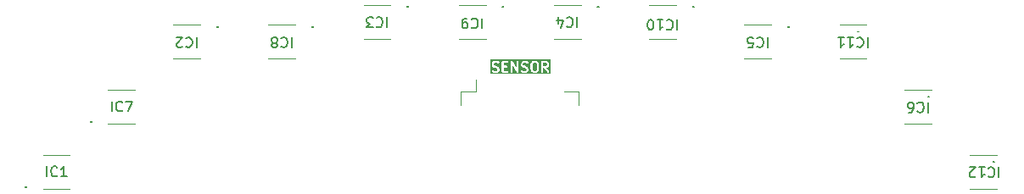
<source format=gbr>
%TF.GenerationSoftware,KiCad,Pcbnew,8.0.4*%
%TF.CreationDate,2024-11-30T14:16:15+01:00*%
%TF.ProjectId,Sensor_PCB,53656e73-6f72-45f5-9043-422e6b696361,rev?*%
%TF.SameCoordinates,Original*%
%TF.FileFunction,Legend,Top*%
%TF.FilePolarity,Positive*%
%FSLAX46Y46*%
G04 Gerber Fmt 4.6, Leading zero omitted, Abs format (unit mm)*
G04 Created by KiCad (PCBNEW 8.0.4) date 2024-11-30 14:16:15*
%MOMM*%
%LPD*%
G01*
G04 APERTURE LIST*
%ADD10C,0.160000*%
%ADD11C,0.200000*%
%ADD12C,0.100000*%
%ADD13C,0.120000*%
G04 APERTURE END LIST*
D10*
X66023810Y-65454299D02*
X66023810Y-64454299D01*
X67071428Y-65359060D02*
X67023809Y-65406680D01*
X67023809Y-65406680D02*
X66880952Y-65454299D01*
X66880952Y-65454299D02*
X66785714Y-65454299D01*
X66785714Y-65454299D02*
X66642857Y-65406680D01*
X66642857Y-65406680D02*
X66547619Y-65311441D01*
X66547619Y-65311441D02*
X66500000Y-65216203D01*
X66500000Y-65216203D02*
X66452381Y-65025727D01*
X66452381Y-65025727D02*
X66452381Y-64882870D01*
X66452381Y-64882870D02*
X66500000Y-64692394D01*
X66500000Y-64692394D02*
X66547619Y-64597156D01*
X66547619Y-64597156D02*
X66642857Y-64501918D01*
X66642857Y-64501918D02*
X66785714Y-64454299D01*
X66785714Y-64454299D02*
X66880952Y-64454299D01*
X66880952Y-64454299D02*
X67023809Y-64501918D01*
X67023809Y-64501918D02*
X67071428Y-64549537D01*
X68023809Y-65454299D02*
X67452381Y-65454299D01*
X67738095Y-65454299D02*
X67738095Y-64454299D01*
X67738095Y-64454299D02*
X67642857Y-64597156D01*
X67642857Y-64597156D02*
X67547619Y-64692394D01*
X67547619Y-64692394D02*
X67452381Y-64740013D01*
X109476189Y-49645700D02*
X109476189Y-50645700D01*
X108428571Y-49740939D02*
X108476190Y-49693320D01*
X108476190Y-49693320D02*
X108619047Y-49645700D01*
X108619047Y-49645700D02*
X108714285Y-49645700D01*
X108714285Y-49645700D02*
X108857142Y-49693320D01*
X108857142Y-49693320D02*
X108952380Y-49788558D01*
X108952380Y-49788558D02*
X108999999Y-49883796D01*
X108999999Y-49883796D02*
X109047618Y-50074272D01*
X109047618Y-50074272D02*
X109047618Y-50217129D01*
X109047618Y-50217129D02*
X108999999Y-50407605D01*
X108999999Y-50407605D02*
X108952380Y-50502843D01*
X108952380Y-50502843D02*
X108857142Y-50598081D01*
X108857142Y-50598081D02*
X108714285Y-50645700D01*
X108714285Y-50645700D02*
X108619047Y-50645700D01*
X108619047Y-50645700D02*
X108476190Y-50598081D01*
X108476190Y-50598081D02*
X108428571Y-50550462D01*
X107952380Y-49645700D02*
X107761904Y-49645700D01*
X107761904Y-49645700D02*
X107666666Y-49693320D01*
X107666666Y-49693320D02*
X107619047Y-49740939D01*
X107619047Y-49740939D02*
X107523809Y-49883796D01*
X107523809Y-49883796D02*
X107476190Y-50074272D01*
X107476190Y-50074272D02*
X107476190Y-50455224D01*
X107476190Y-50455224D02*
X107523809Y-50550462D01*
X107523809Y-50550462D02*
X107571428Y-50598081D01*
X107571428Y-50598081D02*
X107666666Y-50645700D01*
X107666666Y-50645700D02*
X107857142Y-50645700D01*
X107857142Y-50645700D02*
X107952380Y-50598081D01*
X107952380Y-50598081D02*
X107999999Y-50550462D01*
X107999999Y-50550462D02*
X108047618Y-50455224D01*
X108047618Y-50455224D02*
X108047618Y-50217129D01*
X108047618Y-50217129D02*
X107999999Y-50121891D01*
X107999999Y-50121891D02*
X107952380Y-50074272D01*
X107952380Y-50074272D02*
X107857142Y-50026653D01*
X107857142Y-50026653D02*
X107666666Y-50026653D01*
X107666666Y-50026653D02*
X107571428Y-50074272D01*
X107571428Y-50074272D02*
X107523809Y-50121891D01*
X107523809Y-50121891D02*
X107476190Y-50217129D01*
X99976189Y-49545700D02*
X99976189Y-50545700D01*
X98928571Y-49640939D02*
X98976190Y-49593320D01*
X98976190Y-49593320D02*
X99119047Y-49545700D01*
X99119047Y-49545700D02*
X99214285Y-49545700D01*
X99214285Y-49545700D02*
X99357142Y-49593320D01*
X99357142Y-49593320D02*
X99452380Y-49688558D01*
X99452380Y-49688558D02*
X99499999Y-49783796D01*
X99499999Y-49783796D02*
X99547618Y-49974272D01*
X99547618Y-49974272D02*
X99547618Y-50117129D01*
X99547618Y-50117129D02*
X99499999Y-50307605D01*
X99499999Y-50307605D02*
X99452380Y-50402843D01*
X99452380Y-50402843D02*
X99357142Y-50498081D01*
X99357142Y-50498081D02*
X99214285Y-50545700D01*
X99214285Y-50545700D02*
X99119047Y-50545700D01*
X99119047Y-50545700D02*
X98976190Y-50498081D01*
X98976190Y-50498081D02*
X98928571Y-50450462D01*
X98595237Y-50545700D02*
X97976190Y-50545700D01*
X97976190Y-50545700D02*
X98309523Y-50164748D01*
X98309523Y-50164748D02*
X98166666Y-50164748D01*
X98166666Y-50164748D02*
X98071428Y-50117129D01*
X98071428Y-50117129D02*
X98023809Y-50069510D01*
X98023809Y-50069510D02*
X97976190Y-49974272D01*
X97976190Y-49974272D02*
X97976190Y-49736177D01*
X97976190Y-49736177D02*
X98023809Y-49640939D01*
X98023809Y-49640939D02*
X98071428Y-49593320D01*
X98071428Y-49593320D02*
X98166666Y-49545700D01*
X98166666Y-49545700D02*
X98452380Y-49545700D01*
X98452380Y-49545700D02*
X98547618Y-49593320D01*
X98547618Y-49593320D02*
X98595237Y-49640939D01*
X72523810Y-58954299D02*
X72523810Y-57954299D01*
X73571428Y-58859060D02*
X73523809Y-58906680D01*
X73523809Y-58906680D02*
X73380952Y-58954299D01*
X73380952Y-58954299D02*
X73285714Y-58954299D01*
X73285714Y-58954299D02*
X73142857Y-58906680D01*
X73142857Y-58906680D02*
X73047619Y-58811441D01*
X73047619Y-58811441D02*
X73000000Y-58716203D01*
X73000000Y-58716203D02*
X72952381Y-58525727D01*
X72952381Y-58525727D02*
X72952381Y-58382870D01*
X72952381Y-58382870D02*
X73000000Y-58192394D01*
X73000000Y-58192394D02*
X73047619Y-58097156D01*
X73047619Y-58097156D02*
X73142857Y-58001918D01*
X73142857Y-58001918D02*
X73285714Y-57954299D01*
X73285714Y-57954299D02*
X73380952Y-57954299D01*
X73380952Y-57954299D02*
X73523809Y-58001918D01*
X73523809Y-58001918D02*
X73571428Y-58049537D01*
X73904762Y-57954299D02*
X74571428Y-57954299D01*
X74571428Y-57954299D02*
X74142857Y-58954299D01*
X128952380Y-49795700D02*
X128952380Y-50795700D01*
X127904762Y-49890939D02*
X127952381Y-49843320D01*
X127952381Y-49843320D02*
X128095238Y-49795700D01*
X128095238Y-49795700D02*
X128190476Y-49795700D01*
X128190476Y-49795700D02*
X128333333Y-49843320D01*
X128333333Y-49843320D02*
X128428571Y-49938558D01*
X128428571Y-49938558D02*
X128476190Y-50033796D01*
X128476190Y-50033796D02*
X128523809Y-50224272D01*
X128523809Y-50224272D02*
X128523809Y-50367129D01*
X128523809Y-50367129D02*
X128476190Y-50557605D01*
X128476190Y-50557605D02*
X128428571Y-50652843D01*
X128428571Y-50652843D02*
X128333333Y-50748081D01*
X128333333Y-50748081D02*
X128190476Y-50795700D01*
X128190476Y-50795700D02*
X128095238Y-50795700D01*
X128095238Y-50795700D02*
X127952381Y-50748081D01*
X127952381Y-50748081D02*
X127904762Y-50700462D01*
X126952381Y-49795700D02*
X127523809Y-49795700D01*
X127238095Y-49795700D02*
X127238095Y-50795700D01*
X127238095Y-50795700D02*
X127333333Y-50652843D01*
X127333333Y-50652843D02*
X127428571Y-50557605D01*
X127428571Y-50557605D02*
X127523809Y-50509986D01*
X126333333Y-50795700D02*
X126238095Y-50795700D01*
X126238095Y-50795700D02*
X126142857Y-50748081D01*
X126142857Y-50748081D02*
X126095238Y-50700462D01*
X126095238Y-50700462D02*
X126047619Y-50605224D01*
X126047619Y-50605224D02*
X126000000Y-50414748D01*
X126000000Y-50414748D02*
X126000000Y-50176653D01*
X126000000Y-50176653D02*
X126047619Y-49986177D01*
X126047619Y-49986177D02*
X126095238Y-49890939D01*
X126095238Y-49890939D02*
X126142857Y-49843320D01*
X126142857Y-49843320D02*
X126238095Y-49795700D01*
X126238095Y-49795700D02*
X126333333Y-49795700D01*
X126333333Y-49795700D02*
X126428571Y-49843320D01*
X126428571Y-49843320D02*
X126476190Y-49890939D01*
X126476190Y-49890939D02*
X126523809Y-49986177D01*
X126523809Y-49986177D02*
X126571428Y-50176653D01*
X126571428Y-50176653D02*
X126571428Y-50414748D01*
X126571428Y-50414748D02*
X126523809Y-50605224D01*
X126523809Y-50605224D02*
X126476190Y-50700462D01*
X126476190Y-50700462D02*
X126428571Y-50748081D01*
X126428571Y-50748081D02*
X126333333Y-50795700D01*
X80976189Y-51545700D02*
X80976189Y-52545700D01*
X79928571Y-51640939D02*
X79976190Y-51593320D01*
X79976190Y-51593320D02*
X80119047Y-51545700D01*
X80119047Y-51545700D02*
X80214285Y-51545700D01*
X80214285Y-51545700D02*
X80357142Y-51593320D01*
X80357142Y-51593320D02*
X80452380Y-51688558D01*
X80452380Y-51688558D02*
X80499999Y-51783796D01*
X80499999Y-51783796D02*
X80547618Y-51974272D01*
X80547618Y-51974272D02*
X80547618Y-52117129D01*
X80547618Y-52117129D02*
X80499999Y-52307605D01*
X80499999Y-52307605D02*
X80452380Y-52402843D01*
X80452380Y-52402843D02*
X80357142Y-52498081D01*
X80357142Y-52498081D02*
X80214285Y-52545700D01*
X80214285Y-52545700D02*
X80119047Y-52545700D01*
X80119047Y-52545700D02*
X79976190Y-52498081D01*
X79976190Y-52498081D02*
X79928571Y-52450462D01*
X79547618Y-52450462D02*
X79499999Y-52498081D01*
X79499999Y-52498081D02*
X79404761Y-52545700D01*
X79404761Y-52545700D02*
X79166666Y-52545700D01*
X79166666Y-52545700D02*
X79071428Y-52498081D01*
X79071428Y-52498081D02*
X79023809Y-52450462D01*
X79023809Y-52450462D02*
X78976190Y-52355224D01*
X78976190Y-52355224D02*
X78976190Y-52259986D01*
X78976190Y-52259986D02*
X79023809Y-52117129D01*
X79023809Y-52117129D02*
X79595237Y-51545700D01*
X79595237Y-51545700D02*
X78976190Y-51545700D01*
X153976189Y-58045700D02*
X153976189Y-59045700D01*
X152928571Y-58140939D02*
X152976190Y-58093320D01*
X152976190Y-58093320D02*
X153119047Y-58045700D01*
X153119047Y-58045700D02*
X153214285Y-58045700D01*
X153214285Y-58045700D02*
X153357142Y-58093320D01*
X153357142Y-58093320D02*
X153452380Y-58188558D01*
X153452380Y-58188558D02*
X153499999Y-58283796D01*
X153499999Y-58283796D02*
X153547618Y-58474272D01*
X153547618Y-58474272D02*
X153547618Y-58617129D01*
X153547618Y-58617129D02*
X153499999Y-58807605D01*
X153499999Y-58807605D02*
X153452380Y-58902843D01*
X153452380Y-58902843D02*
X153357142Y-58998081D01*
X153357142Y-58998081D02*
X153214285Y-59045700D01*
X153214285Y-59045700D02*
X153119047Y-59045700D01*
X153119047Y-59045700D02*
X152976190Y-58998081D01*
X152976190Y-58998081D02*
X152928571Y-58950462D01*
X152071428Y-59045700D02*
X152261904Y-59045700D01*
X152261904Y-59045700D02*
X152357142Y-58998081D01*
X152357142Y-58998081D02*
X152404761Y-58950462D01*
X152404761Y-58950462D02*
X152499999Y-58807605D01*
X152499999Y-58807605D02*
X152547618Y-58617129D01*
X152547618Y-58617129D02*
X152547618Y-58236177D01*
X152547618Y-58236177D02*
X152499999Y-58140939D01*
X152499999Y-58140939D02*
X152452380Y-58093320D01*
X152452380Y-58093320D02*
X152357142Y-58045700D01*
X152357142Y-58045700D02*
X152166666Y-58045700D01*
X152166666Y-58045700D02*
X152071428Y-58093320D01*
X152071428Y-58093320D02*
X152023809Y-58140939D01*
X152023809Y-58140939D02*
X151976190Y-58236177D01*
X151976190Y-58236177D02*
X151976190Y-58474272D01*
X151976190Y-58474272D02*
X152023809Y-58569510D01*
X152023809Y-58569510D02*
X152071428Y-58617129D01*
X152071428Y-58617129D02*
X152166666Y-58664748D01*
X152166666Y-58664748D02*
X152357142Y-58664748D01*
X152357142Y-58664748D02*
X152452380Y-58617129D01*
X152452380Y-58617129D02*
X152499999Y-58569510D01*
X152499999Y-58569510D02*
X152547618Y-58474272D01*
X147952380Y-51545700D02*
X147952380Y-52545700D01*
X146904762Y-51640939D02*
X146952381Y-51593320D01*
X146952381Y-51593320D02*
X147095238Y-51545700D01*
X147095238Y-51545700D02*
X147190476Y-51545700D01*
X147190476Y-51545700D02*
X147333333Y-51593320D01*
X147333333Y-51593320D02*
X147428571Y-51688558D01*
X147428571Y-51688558D02*
X147476190Y-51783796D01*
X147476190Y-51783796D02*
X147523809Y-51974272D01*
X147523809Y-51974272D02*
X147523809Y-52117129D01*
X147523809Y-52117129D02*
X147476190Y-52307605D01*
X147476190Y-52307605D02*
X147428571Y-52402843D01*
X147428571Y-52402843D02*
X147333333Y-52498081D01*
X147333333Y-52498081D02*
X147190476Y-52545700D01*
X147190476Y-52545700D02*
X147095238Y-52545700D01*
X147095238Y-52545700D02*
X146952381Y-52498081D01*
X146952381Y-52498081D02*
X146904762Y-52450462D01*
X145952381Y-51545700D02*
X146523809Y-51545700D01*
X146238095Y-51545700D02*
X146238095Y-52545700D01*
X146238095Y-52545700D02*
X146333333Y-52402843D01*
X146333333Y-52402843D02*
X146428571Y-52307605D01*
X146428571Y-52307605D02*
X146523809Y-52259986D01*
X145000000Y-51545700D02*
X145571428Y-51545700D01*
X145285714Y-51545700D02*
X145285714Y-52545700D01*
X145285714Y-52545700D02*
X145380952Y-52402843D01*
X145380952Y-52402843D02*
X145476190Y-52307605D01*
X145476190Y-52307605D02*
X145571428Y-52259986D01*
D11*
G36*
X114859810Y-54132023D02*
G01*
X114923989Y-54196202D01*
X114961904Y-54347861D01*
X114961904Y-54656575D01*
X114923988Y-54808235D01*
X114859812Y-54872413D01*
X114800202Y-54902219D01*
X114656940Y-54902219D01*
X114597330Y-54872414D01*
X114533153Y-54808236D01*
X114495238Y-54656575D01*
X114495238Y-54347862D01*
X114533153Y-54196202D01*
X114597332Y-54132023D01*
X114656940Y-54102219D01*
X114800202Y-54102219D01*
X114859810Y-54132023D01*
G37*
G36*
X115907430Y-54132024D02*
G01*
X115932099Y-54156692D01*
X115961904Y-54216302D01*
X115961904Y-54311945D01*
X115932099Y-54371554D01*
X115907430Y-54396222D01*
X115847821Y-54426028D01*
X115590476Y-54426028D01*
X115590476Y-54102219D01*
X115847821Y-54102219D01*
X115907430Y-54132024D01*
G37*
G36*
X116273015Y-55213330D02*
G01*
X110326984Y-55213330D01*
X110326984Y-54192695D01*
X110438095Y-54192695D01*
X110438095Y-54287933D01*
X110440016Y-54307442D01*
X110441391Y-54310762D01*
X110441646Y-54314346D01*
X110448652Y-54332654D01*
X110496271Y-54427892D01*
X110501556Y-54436288D01*
X110502567Y-54438728D01*
X110504820Y-54441474D01*
X110506714Y-54444482D01*
X110508708Y-54446211D01*
X110515003Y-54453882D01*
X110562622Y-54501500D01*
X110570288Y-54507792D01*
X110572021Y-54509790D01*
X110575029Y-54511683D01*
X110577775Y-54513937D01*
X110580215Y-54514947D01*
X110588612Y-54520233D01*
X110683849Y-54567852D01*
X110685277Y-54568398D01*
X110685857Y-54568828D01*
X110694033Y-54571749D01*
X110702158Y-54574858D01*
X110702878Y-54574909D01*
X110704317Y-54575423D01*
X110884142Y-54620379D01*
X110955049Y-54655833D01*
X110979718Y-54680501D01*
X111009523Y-54740111D01*
X111009523Y-54788135D01*
X110979718Y-54847743D01*
X110955049Y-54872413D01*
X110895440Y-54902219D01*
X110697178Y-54902219D01*
X110569718Y-54859732D01*
X110550602Y-54855385D01*
X110511682Y-54858151D01*
X110476783Y-54875601D01*
X110451218Y-54905077D01*
X110438880Y-54942093D01*
X110441646Y-54981013D01*
X110459096Y-55015912D01*
X110488572Y-55041477D01*
X110506472Y-55049468D01*
X110649329Y-55097087D01*
X110659001Y-55099286D01*
X110661443Y-55100298D01*
X110664980Y-55100646D01*
X110668444Y-55101434D01*
X110671078Y-55101246D01*
X110680952Y-55102219D01*
X110919047Y-55102219D01*
X110938556Y-55100298D01*
X110941876Y-55098922D01*
X110945460Y-55098668D01*
X110963768Y-55091662D01*
X111059006Y-55044043D01*
X111067401Y-55038758D01*
X111069843Y-55037747D01*
X111072590Y-55035491D01*
X111075596Y-55033600D01*
X111077326Y-55031605D01*
X111084996Y-55025310D01*
X111132615Y-54977690D01*
X111138907Y-54970023D01*
X111140904Y-54968292D01*
X111142797Y-54965284D01*
X111145052Y-54962537D01*
X111146063Y-54960095D01*
X111151347Y-54951701D01*
X111198966Y-54856464D01*
X111205972Y-54838155D01*
X111206226Y-54834571D01*
X111207602Y-54831251D01*
X111209523Y-54811742D01*
X111209523Y-54716504D01*
X111207602Y-54696995D01*
X111206226Y-54693674D01*
X111205972Y-54690091D01*
X111198966Y-54671782D01*
X111151347Y-54576545D01*
X111146061Y-54568148D01*
X111145051Y-54565708D01*
X111142797Y-54562962D01*
X111140904Y-54559954D01*
X111138906Y-54558221D01*
X111132614Y-54550555D01*
X111084996Y-54502936D01*
X111077325Y-54496641D01*
X111075596Y-54494647D01*
X111072588Y-54492753D01*
X111069842Y-54490500D01*
X111067402Y-54489489D01*
X111059006Y-54484204D01*
X110963768Y-54436585D01*
X110962341Y-54436039D01*
X110961761Y-54435609D01*
X110953584Y-54432687D01*
X110945460Y-54429579D01*
X110944737Y-54429527D01*
X110943300Y-54429014D01*
X110763475Y-54384057D01*
X110692568Y-54348604D01*
X110667900Y-54323935D01*
X110638095Y-54264325D01*
X110638095Y-54216302D01*
X110667900Y-54156692D01*
X110692568Y-54132023D01*
X110752178Y-54102219D01*
X110950439Y-54102219D01*
X111077900Y-54144706D01*
X111097015Y-54149053D01*
X111135935Y-54146287D01*
X111170834Y-54128837D01*
X111196399Y-54099361D01*
X111208738Y-54062345D01*
X111205971Y-54023425D01*
X111195368Y-54002219D01*
X111438095Y-54002219D01*
X111438095Y-55002219D01*
X111440016Y-55021728D01*
X111454948Y-55057776D01*
X111482538Y-55085366D01*
X111518586Y-55100298D01*
X111538095Y-55102219D01*
X112014285Y-55102219D01*
X112033794Y-55100298D01*
X112069842Y-55085366D01*
X112097432Y-55057776D01*
X112112364Y-55021728D01*
X112112364Y-54982710D01*
X112097432Y-54946662D01*
X112069842Y-54919072D01*
X112033794Y-54904140D01*
X112014285Y-54902219D01*
X111638095Y-54902219D01*
X111638095Y-54578409D01*
X111871428Y-54578409D01*
X111890937Y-54576488D01*
X111926985Y-54561556D01*
X111954575Y-54533966D01*
X111969507Y-54497918D01*
X111969507Y-54458900D01*
X111954575Y-54422852D01*
X111926985Y-54395262D01*
X111890937Y-54380330D01*
X111871428Y-54378409D01*
X111638095Y-54378409D01*
X111638095Y-54102219D01*
X112014285Y-54102219D01*
X112033794Y-54100298D01*
X112069842Y-54085366D01*
X112097432Y-54057776D01*
X112112364Y-54021728D01*
X112112364Y-54002219D01*
X112342857Y-54002219D01*
X112342857Y-55002219D01*
X112344778Y-55021728D01*
X112359710Y-55057776D01*
X112387300Y-55085366D01*
X112423348Y-55100298D01*
X112462366Y-55100298D01*
X112498414Y-55085366D01*
X112526004Y-55057776D01*
X112540936Y-55021728D01*
X112542857Y-55002219D01*
X112542857Y-54378775D01*
X112927461Y-55051833D01*
X112930379Y-55055943D01*
X112931138Y-55057776D01*
X112933004Y-55059642D01*
X112938808Y-55067818D01*
X112949324Y-55075962D01*
X112958728Y-55085366D01*
X112964615Y-55087804D01*
X112969657Y-55091709D01*
X112982489Y-55095208D01*
X112994776Y-55100298D01*
X113001152Y-55100298D01*
X113007301Y-55101975D01*
X113020494Y-55100298D01*
X113033794Y-55100298D01*
X113039682Y-55097858D01*
X113046007Y-55097055D01*
X113057556Y-55090454D01*
X113069842Y-55085366D01*
X113074349Y-55080858D01*
X113079884Y-55077696D01*
X113088028Y-55067179D01*
X113097432Y-55057776D01*
X113099870Y-55051888D01*
X113103775Y-55046847D01*
X113107274Y-55034014D01*
X113112364Y-55021728D01*
X113113346Y-55011750D01*
X113114041Y-55009204D01*
X113113790Y-55007236D01*
X113114285Y-55002219D01*
X113114285Y-54192695D01*
X113342857Y-54192695D01*
X113342857Y-54287933D01*
X113344778Y-54307442D01*
X113346153Y-54310762D01*
X113346408Y-54314346D01*
X113353414Y-54332654D01*
X113401033Y-54427892D01*
X113406318Y-54436288D01*
X113407329Y-54438728D01*
X113409582Y-54441474D01*
X113411476Y-54444482D01*
X113413470Y-54446211D01*
X113419765Y-54453882D01*
X113467384Y-54501500D01*
X113475050Y-54507792D01*
X113476783Y-54509790D01*
X113479791Y-54511683D01*
X113482537Y-54513937D01*
X113484977Y-54514947D01*
X113493374Y-54520233D01*
X113588611Y-54567852D01*
X113590039Y-54568398D01*
X113590619Y-54568828D01*
X113598795Y-54571749D01*
X113606920Y-54574858D01*
X113607640Y-54574909D01*
X113609079Y-54575423D01*
X113788904Y-54620379D01*
X113859811Y-54655833D01*
X113884480Y-54680501D01*
X113914285Y-54740111D01*
X113914285Y-54788135D01*
X113884480Y-54847743D01*
X113859811Y-54872413D01*
X113800202Y-54902219D01*
X113601940Y-54902219D01*
X113474480Y-54859732D01*
X113455364Y-54855385D01*
X113416444Y-54858151D01*
X113381545Y-54875601D01*
X113355980Y-54905077D01*
X113343642Y-54942093D01*
X113346408Y-54981013D01*
X113363858Y-55015912D01*
X113393334Y-55041477D01*
X113411234Y-55049468D01*
X113554091Y-55097087D01*
X113563763Y-55099286D01*
X113566205Y-55100298D01*
X113569742Y-55100646D01*
X113573206Y-55101434D01*
X113575840Y-55101246D01*
X113585714Y-55102219D01*
X113823809Y-55102219D01*
X113843318Y-55100298D01*
X113846638Y-55098922D01*
X113850222Y-55098668D01*
X113868530Y-55091662D01*
X113963768Y-55044043D01*
X113972163Y-55038758D01*
X113974605Y-55037747D01*
X113977352Y-55035491D01*
X113980358Y-55033600D01*
X113982088Y-55031605D01*
X113989758Y-55025310D01*
X114037377Y-54977690D01*
X114043669Y-54970023D01*
X114045666Y-54968292D01*
X114047559Y-54965284D01*
X114049814Y-54962537D01*
X114050825Y-54960095D01*
X114056109Y-54951701D01*
X114103728Y-54856464D01*
X114110734Y-54838155D01*
X114110988Y-54834571D01*
X114112364Y-54831251D01*
X114114285Y-54811742D01*
X114114285Y-54716504D01*
X114112364Y-54696995D01*
X114110988Y-54693674D01*
X114110734Y-54690091D01*
X114103728Y-54671782D01*
X114056109Y-54576545D01*
X114050823Y-54568148D01*
X114049813Y-54565708D01*
X114047559Y-54562962D01*
X114045666Y-54559954D01*
X114043668Y-54558221D01*
X114037376Y-54550555D01*
X113989758Y-54502936D01*
X113982087Y-54496641D01*
X113980358Y-54494647D01*
X113977350Y-54492753D01*
X113974604Y-54490500D01*
X113972164Y-54489489D01*
X113963768Y-54484204D01*
X113868530Y-54436585D01*
X113867103Y-54436039D01*
X113866523Y-54435609D01*
X113858346Y-54432687D01*
X113850222Y-54429579D01*
X113849499Y-54429527D01*
X113848062Y-54429014D01*
X113668237Y-54384057D01*
X113597330Y-54348604D01*
X113584279Y-54335552D01*
X114295238Y-54335552D01*
X114295238Y-54668885D01*
X114295573Y-54672287D01*
X114295356Y-54673746D01*
X114296435Y-54681043D01*
X114297159Y-54688394D01*
X114297723Y-54689757D01*
X114298224Y-54693139D01*
X114345843Y-54883614D01*
X114352438Y-54902075D01*
X114356863Y-54908047D01*
X114359709Y-54914918D01*
X114372146Y-54930071D01*
X114467384Y-55025311D01*
X114475052Y-55031604D01*
X114476783Y-55033600D01*
X114479790Y-55035493D01*
X114482537Y-55037747D01*
X114484977Y-55038757D01*
X114493374Y-55044043D01*
X114588611Y-55091662D01*
X114606920Y-55098668D01*
X114610503Y-55098922D01*
X114613824Y-55100298D01*
X114633333Y-55102219D01*
X114823809Y-55102219D01*
X114843318Y-55100298D01*
X114846638Y-55098922D01*
X114850222Y-55098668D01*
X114868530Y-55091662D01*
X114963768Y-55044043D01*
X114972163Y-55038758D01*
X114974605Y-55037747D01*
X114977352Y-55035491D01*
X114980358Y-55033600D01*
X114982088Y-55031605D01*
X114989758Y-55025310D01*
X115084996Y-54930071D01*
X115097433Y-54914918D01*
X115100278Y-54908047D01*
X115104704Y-54902075D01*
X115111299Y-54883615D01*
X115158918Y-54693139D01*
X115159418Y-54689757D01*
X115159983Y-54688394D01*
X115160706Y-54681043D01*
X115161786Y-54673746D01*
X115161568Y-54672287D01*
X115161904Y-54668885D01*
X115161904Y-54335552D01*
X115161568Y-54332149D01*
X115161786Y-54330691D01*
X115160706Y-54323393D01*
X115159983Y-54316043D01*
X115159418Y-54314679D01*
X115158918Y-54311298D01*
X115111299Y-54120822D01*
X115104704Y-54102362D01*
X115100277Y-54096387D01*
X115097432Y-54089519D01*
X115084996Y-54074365D01*
X115012850Y-54002219D01*
X115390476Y-54002219D01*
X115390476Y-55002219D01*
X115392397Y-55021728D01*
X115407329Y-55057776D01*
X115434919Y-55085366D01*
X115470967Y-55100298D01*
X115509985Y-55100298D01*
X115546033Y-55085366D01*
X115573623Y-55057776D01*
X115588555Y-55021728D01*
X115590476Y-55002219D01*
X115590476Y-54626028D01*
X115676506Y-54626028D01*
X115979981Y-55059565D01*
X115992742Y-55074446D01*
X116025647Y-55095415D01*
X116064072Y-55102196D01*
X116102166Y-55093756D01*
X116134131Y-55071381D01*
X116155100Y-55038476D01*
X116161881Y-55000052D01*
X116153441Y-54961957D01*
X116143827Y-54944873D01*
X115913859Y-54616347D01*
X115916149Y-54615471D01*
X116011387Y-54567852D01*
X116019783Y-54562566D01*
X116022223Y-54561556D01*
X116024969Y-54559302D01*
X116027977Y-54557409D01*
X116029706Y-54555414D01*
X116037377Y-54549120D01*
X116084995Y-54501501D01*
X116091287Y-54493834D01*
X116093285Y-54492102D01*
X116095178Y-54489093D01*
X116097432Y-54486348D01*
X116098442Y-54483907D01*
X116103728Y-54475511D01*
X116151347Y-54380274D01*
X116158353Y-54361965D01*
X116158607Y-54358381D01*
X116159983Y-54355061D01*
X116161904Y-54335552D01*
X116161904Y-54192695D01*
X116159983Y-54173186D01*
X116158607Y-54169865D01*
X116158353Y-54166282D01*
X116151347Y-54147973D01*
X116103728Y-54052736D01*
X116098442Y-54044339D01*
X116097432Y-54041899D01*
X116095178Y-54039153D01*
X116093285Y-54036145D01*
X116091287Y-54034412D01*
X116084995Y-54026746D01*
X116037377Y-53979127D01*
X116029706Y-53972832D01*
X116027977Y-53970838D01*
X116024969Y-53968944D01*
X116022223Y-53966691D01*
X116019783Y-53965680D01*
X116011387Y-53960395D01*
X115916149Y-53912776D01*
X115897841Y-53905770D01*
X115894257Y-53905515D01*
X115890937Y-53904140D01*
X115871428Y-53902219D01*
X115490476Y-53902219D01*
X115470967Y-53904140D01*
X115434919Y-53919072D01*
X115407329Y-53946662D01*
X115392397Y-53982710D01*
X115390476Y-54002219D01*
X115012850Y-54002219D01*
X114989758Y-53979127D01*
X114982087Y-53972832D01*
X114980358Y-53970838D01*
X114977350Y-53968944D01*
X114974604Y-53966691D01*
X114972164Y-53965680D01*
X114963768Y-53960395D01*
X114868530Y-53912776D01*
X114850222Y-53905770D01*
X114846638Y-53905515D01*
X114843318Y-53904140D01*
X114823809Y-53902219D01*
X114633333Y-53902219D01*
X114613824Y-53904140D01*
X114610503Y-53905515D01*
X114606920Y-53905770D01*
X114588611Y-53912776D01*
X114493374Y-53960395D01*
X114484975Y-53965681D01*
X114482538Y-53966691D01*
X114479794Y-53968942D01*
X114476783Y-53970838D01*
X114475050Y-53972835D01*
X114467384Y-53979127D01*
X114372146Y-54074365D01*
X114359710Y-54089519D01*
X114356864Y-54096387D01*
X114352438Y-54102362D01*
X114345843Y-54120823D01*
X114298224Y-54311298D01*
X114297723Y-54314679D01*
X114297159Y-54316043D01*
X114296435Y-54323393D01*
X114295356Y-54330691D01*
X114295573Y-54332149D01*
X114295238Y-54335552D01*
X113584279Y-54335552D01*
X113572662Y-54323935D01*
X113542857Y-54264325D01*
X113542857Y-54216302D01*
X113572662Y-54156692D01*
X113597330Y-54132023D01*
X113656940Y-54102219D01*
X113855201Y-54102219D01*
X113982662Y-54144706D01*
X114001777Y-54149053D01*
X114040697Y-54146287D01*
X114075596Y-54128837D01*
X114101161Y-54099361D01*
X114113500Y-54062345D01*
X114110733Y-54023425D01*
X114093284Y-53988526D01*
X114063808Y-53962961D01*
X114045907Y-53954970D01*
X113903051Y-53907351D01*
X113893379Y-53905151D01*
X113890937Y-53904140D01*
X113887398Y-53903791D01*
X113883935Y-53903004D01*
X113881301Y-53903191D01*
X113871428Y-53902219D01*
X113633333Y-53902219D01*
X113613824Y-53904140D01*
X113610503Y-53905515D01*
X113606920Y-53905770D01*
X113588611Y-53912776D01*
X113493374Y-53960395D01*
X113484977Y-53965680D01*
X113482537Y-53966691D01*
X113479791Y-53968944D01*
X113476783Y-53970838D01*
X113475050Y-53972835D01*
X113467384Y-53979128D01*
X113419765Y-54026746D01*
X113413470Y-54034416D01*
X113411476Y-54036146D01*
X113409582Y-54039153D01*
X113407329Y-54041900D01*
X113406318Y-54044339D01*
X113401033Y-54052736D01*
X113353414Y-54147974D01*
X113346408Y-54166282D01*
X113346153Y-54169865D01*
X113344778Y-54173186D01*
X113342857Y-54192695D01*
X113114285Y-54192695D01*
X113114285Y-54002219D01*
X113112364Y-53982710D01*
X113097432Y-53946662D01*
X113069842Y-53919072D01*
X113033794Y-53904140D01*
X112994776Y-53904140D01*
X112958728Y-53919072D01*
X112931138Y-53946662D01*
X112916206Y-53982710D01*
X112914285Y-54002219D01*
X112914285Y-54625662D01*
X112529681Y-53952605D01*
X112526762Y-53948494D01*
X112526004Y-53946662D01*
X112524137Y-53944795D01*
X112518334Y-53936620D01*
X112507819Y-53928477D01*
X112498414Y-53919072D01*
X112492523Y-53916632D01*
X112487485Y-53912730D01*
X112474656Y-53909231D01*
X112462366Y-53904140D01*
X112455991Y-53904140D01*
X112449842Y-53902463D01*
X112436649Y-53904140D01*
X112423348Y-53904140D01*
X112417459Y-53906579D01*
X112411135Y-53907383D01*
X112399585Y-53913983D01*
X112387300Y-53919072D01*
X112382792Y-53923579D01*
X112377258Y-53926742D01*
X112369115Y-53937256D01*
X112359710Y-53946662D01*
X112357270Y-53952552D01*
X112353368Y-53957591D01*
X112349869Y-53970419D01*
X112344778Y-53982710D01*
X112343795Y-53992687D01*
X112343101Y-53995234D01*
X112343351Y-53997201D01*
X112342857Y-54002219D01*
X112112364Y-54002219D01*
X112112364Y-53982710D01*
X112097432Y-53946662D01*
X112069842Y-53919072D01*
X112033794Y-53904140D01*
X112014285Y-53902219D01*
X111538095Y-53902219D01*
X111518586Y-53904140D01*
X111482538Y-53919072D01*
X111454948Y-53946662D01*
X111440016Y-53982710D01*
X111438095Y-54002219D01*
X111195368Y-54002219D01*
X111188522Y-53988526D01*
X111159046Y-53962961D01*
X111141145Y-53954970D01*
X110998289Y-53907351D01*
X110988617Y-53905151D01*
X110986175Y-53904140D01*
X110982636Y-53903791D01*
X110979173Y-53903004D01*
X110976539Y-53903191D01*
X110966666Y-53902219D01*
X110728571Y-53902219D01*
X110709062Y-53904140D01*
X110705741Y-53905515D01*
X110702158Y-53905770D01*
X110683849Y-53912776D01*
X110588612Y-53960395D01*
X110580215Y-53965680D01*
X110577775Y-53966691D01*
X110575029Y-53968944D01*
X110572021Y-53970838D01*
X110570288Y-53972835D01*
X110562622Y-53979128D01*
X110515003Y-54026746D01*
X110508708Y-54034416D01*
X110506714Y-54036146D01*
X110504820Y-54039153D01*
X110502567Y-54041900D01*
X110501556Y-54044339D01*
X110496271Y-54052736D01*
X110448652Y-54147974D01*
X110441646Y-54166282D01*
X110441391Y-54169865D01*
X110440016Y-54173186D01*
X110438095Y-54192695D01*
X110326984Y-54192695D01*
X110326984Y-53791108D01*
X116273015Y-53791108D01*
X116273015Y-55213330D01*
G37*
D10*
X161052380Y-64545700D02*
X161052380Y-65545700D01*
X160004762Y-64640939D02*
X160052381Y-64593320D01*
X160052381Y-64593320D02*
X160195238Y-64545700D01*
X160195238Y-64545700D02*
X160290476Y-64545700D01*
X160290476Y-64545700D02*
X160433333Y-64593320D01*
X160433333Y-64593320D02*
X160528571Y-64688558D01*
X160528571Y-64688558D02*
X160576190Y-64783796D01*
X160576190Y-64783796D02*
X160623809Y-64974272D01*
X160623809Y-64974272D02*
X160623809Y-65117129D01*
X160623809Y-65117129D02*
X160576190Y-65307605D01*
X160576190Y-65307605D02*
X160528571Y-65402843D01*
X160528571Y-65402843D02*
X160433333Y-65498081D01*
X160433333Y-65498081D02*
X160290476Y-65545700D01*
X160290476Y-65545700D02*
X160195238Y-65545700D01*
X160195238Y-65545700D02*
X160052381Y-65498081D01*
X160052381Y-65498081D02*
X160004762Y-65450462D01*
X159052381Y-64545700D02*
X159623809Y-64545700D01*
X159338095Y-64545700D02*
X159338095Y-65545700D01*
X159338095Y-65545700D02*
X159433333Y-65402843D01*
X159433333Y-65402843D02*
X159528571Y-65307605D01*
X159528571Y-65307605D02*
X159623809Y-65259986D01*
X158671428Y-65450462D02*
X158623809Y-65498081D01*
X158623809Y-65498081D02*
X158528571Y-65545700D01*
X158528571Y-65545700D02*
X158290476Y-65545700D01*
X158290476Y-65545700D02*
X158195238Y-65498081D01*
X158195238Y-65498081D02*
X158147619Y-65450462D01*
X158147619Y-65450462D02*
X158100000Y-65355224D01*
X158100000Y-65355224D02*
X158100000Y-65259986D01*
X158100000Y-65259986D02*
X158147619Y-65117129D01*
X158147619Y-65117129D02*
X158719047Y-64545700D01*
X158719047Y-64545700D02*
X158100000Y-64545700D01*
X118976189Y-49545700D02*
X118976189Y-50545700D01*
X117928571Y-49640939D02*
X117976190Y-49593320D01*
X117976190Y-49593320D02*
X118119047Y-49545700D01*
X118119047Y-49545700D02*
X118214285Y-49545700D01*
X118214285Y-49545700D02*
X118357142Y-49593320D01*
X118357142Y-49593320D02*
X118452380Y-49688558D01*
X118452380Y-49688558D02*
X118499999Y-49783796D01*
X118499999Y-49783796D02*
X118547618Y-49974272D01*
X118547618Y-49974272D02*
X118547618Y-50117129D01*
X118547618Y-50117129D02*
X118499999Y-50307605D01*
X118499999Y-50307605D02*
X118452380Y-50402843D01*
X118452380Y-50402843D02*
X118357142Y-50498081D01*
X118357142Y-50498081D02*
X118214285Y-50545700D01*
X118214285Y-50545700D02*
X118119047Y-50545700D01*
X118119047Y-50545700D02*
X117976190Y-50498081D01*
X117976190Y-50498081D02*
X117928571Y-50450462D01*
X117071428Y-50212367D02*
X117071428Y-49545700D01*
X117309523Y-50593320D02*
X117547618Y-49879034D01*
X117547618Y-49879034D02*
X116928571Y-49879034D01*
X90476189Y-51545700D02*
X90476189Y-52545700D01*
X89428571Y-51640939D02*
X89476190Y-51593320D01*
X89476190Y-51593320D02*
X89619047Y-51545700D01*
X89619047Y-51545700D02*
X89714285Y-51545700D01*
X89714285Y-51545700D02*
X89857142Y-51593320D01*
X89857142Y-51593320D02*
X89952380Y-51688558D01*
X89952380Y-51688558D02*
X89999999Y-51783796D01*
X89999999Y-51783796D02*
X90047618Y-51974272D01*
X90047618Y-51974272D02*
X90047618Y-52117129D01*
X90047618Y-52117129D02*
X89999999Y-52307605D01*
X89999999Y-52307605D02*
X89952380Y-52402843D01*
X89952380Y-52402843D02*
X89857142Y-52498081D01*
X89857142Y-52498081D02*
X89714285Y-52545700D01*
X89714285Y-52545700D02*
X89619047Y-52545700D01*
X89619047Y-52545700D02*
X89476190Y-52498081D01*
X89476190Y-52498081D02*
X89428571Y-52450462D01*
X88857142Y-52117129D02*
X88952380Y-52164748D01*
X88952380Y-52164748D02*
X88999999Y-52212367D01*
X88999999Y-52212367D02*
X89047618Y-52307605D01*
X89047618Y-52307605D02*
X89047618Y-52355224D01*
X89047618Y-52355224D02*
X88999999Y-52450462D01*
X88999999Y-52450462D02*
X88952380Y-52498081D01*
X88952380Y-52498081D02*
X88857142Y-52545700D01*
X88857142Y-52545700D02*
X88666666Y-52545700D01*
X88666666Y-52545700D02*
X88571428Y-52498081D01*
X88571428Y-52498081D02*
X88523809Y-52450462D01*
X88523809Y-52450462D02*
X88476190Y-52355224D01*
X88476190Y-52355224D02*
X88476190Y-52307605D01*
X88476190Y-52307605D02*
X88523809Y-52212367D01*
X88523809Y-52212367D02*
X88571428Y-52164748D01*
X88571428Y-52164748D02*
X88666666Y-52117129D01*
X88666666Y-52117129D02*
X88857142Y-52117129D01*
X88857142Y-52117129D02*
X88952380Y-52069510D01*
X88952380Y-52069510D02*
X88999999Y-52021891D01*
X88999999Y-52021891D02*
X89047618Y-51926653D01*
X89047618Y-51926653D02*
X89047618Y-51736177D01*
X89047618Y-51736177D02*
X88999999Y-51640939D01*
X88999999Y-51640939D02*
X88952380Y-51593320D01*
X88952380Y-51593320D02*
X88857142Y-51545700D01*
X88857142Y-51545700D02*
X88666666Y-51545700D01*
X88666666Y-51545700D02*
X88571428Y-51593320D01*
X88571428Y-51593320D02*
X88523809Y-51640939D01*
X88523809Y-51640939D02*
X88476190Y-51736177D01*
X88476190Y-51736177D02*
X88476190Y-51926653D01*
X88476190Y-51926653D02*
X88523809Y-52021891D01*
X88523809Y-52021891D02*
X88571428Y-52069510D01*
X88571428Y-52069510D02*
X88666666Y-52117129D01*
X137976189Y-51545700D02*
X137976189Y-52545700D01*
X136928571Y-51640939D02*
X136976190Y-51593320D01*
X136976190Y-51593320D02*
X137119047Y-51545700D01*
X137119047Y-51545700D02*
X137214285Y-51545700D01*
X137214285Y-51545700D02*
X137357142Y-51593320D01*
X137357142Y-51593320D02*
X137452380Y-51688558D01*
X137452380Y-51688558D02*
X137499999Y-51783796D01*
X137499999Y-51783796D02*
X137547618Y-51974272D01*
X137547618Y-51974272D02*
X137547618Y-52117129D01*
X137547618Y-52117129D02*
X137499999Y-52307605D01*
X137499999Y-52307605D02*
X137452380Y-52402843D01*
X137452380Y-52402843D02*
X137357142Y-52498081D01*
X137357142Y-52498081D02*
X137214285Y-52545700D01*
X137214285Y-52545700D02*
X137119047Y-52545700D01*
X137119047Y-52545700D02*
X136976190Y-52498081D01*
X136976190Y-52498081D02*
X136928571Y-52450462D01*
X136023809Y-52545700D02*
X136499999Y-52545700D01*
X136499999Y-52545700D02*
X136547618Y-52069510D01*
X136547618Y-52069510D02*
X136499999Y-52117129D01*
X136499999Y-52117129D02*
X136404761Y-52164748D01*
X136404761Y-52164748D02*
X136166666Y-52164748D01*
X136166666Y-52164748D02*
X136071428Y-52117129D01*
X136071428Y-52117129D02*
X136023809Y-52069510D01*
X136023809Y-52069510D02*
X135976190Y-51974272D01*
X135976190Y-51974272D02*
X135976190Y-51736177D01*
X135976190Y-51736177D02*
X136023809Y-51640939D01*
X136023809Y-51640939D02*
X136071428Y-51593320D01*
X136071428Y-51593320D02*
X136166666Y-51545700D01*
X136166666Y-51545700D02*
X136404761Y-51545700D01*
X136404761Y-51545700D02*
X136499999Y-51593320D01*
X136499999Y-51593320D02*
X136547618Y-51640939D01*
D11*
%TO.C,IC1*%
X63900000Y-66500000D02*
X63900000Y-66500000D01*
X64000000Y-66500000D02*
X64000000Y-66500000D01*
D12*
X65650000Y-63300000D02*
X68350000Y-63300000D01*
X65650000Y-66700000D02*
X68350000Y-66700000D01*
D11*
X63900000Y-66500000D02*
G75*
G02*
X64000000Y-66500000I50000J0D01*
G01*
X64000000Y-66500000D02*
G75*
G02*
X63900000Y-66500000I-50000J0D01*
G01*
D12*
%TO.C,IC9*%
X109850000Y-48300000D02*
X107150000Y-48300000D01*
X109850000Y-51700000D02*
X107150000Y-51700000D01*
D11*
X111500000Y-48500000D02*
X111500000Y-48500000D01*
X111600000Y-48500000D02*
X111600000Y-48500000D01*
X111500000Y-48500000D02*
G75*
G02*
X111600000Y-48500000I50000J0D01*
G01*
X111600000Y-48500000D02*
G75*
G02*
X111500000Y-48500000I-50000J0D01*
G01*
D12*
%TO.C,IC3*%
X100350000Y-48300000D02*
X97650000Y-48300000D01*
X100350000Y-51700000D02*
X97650000Y-51700000D01*
D11*
X102000000Y-48500000D02*
X102000000Y-48500000D01*
X102100000Y-48500000D02*
X102100000Y-48500000D01*
X102000000Y-48500000D02*
G75*
G02*
X102100000Y-48500000I50000J0D01*
G01*
X102100000Y-48500000D02*
G75*
G02*
X102000000Y-48500000I-50000J0D01*
G01*
%TO.C,IC7*%
X70400000Y-60000000D02*
X70400000Y-60000000D01*
X70500000Y-60000000D02*
X70500000Y-60000000D01*
D12*
X72150000Y-56800000D02*
X74850000Y-56800000D01*
X72150000Y-60200000D02*
X74850000Y-60200000D01*
D11*
X70400000Y-60000000D02*
G75*
G02*
X70500000Y-60000000I50000J0D01*
G01*
X70500000Y-60000000D02*
G75*
G02*
X70400000Y-60000000I-50000J0D01*
G01*
D12*
%TO.C,IC10*%
X128850000Y-48300000D02*
X126150000Y-48300000D01*
X128850000Y-51700000D02*
X126150000Y-51700000D01*
D11*
X130500000Y-48500000D02*
X130500000Y-48500000D01*
X130600000Y-48500000D02*
X130600000Y-48500000D01*
X130500000Y-48500000D02*
G75*
G02*
X130600000Y-48500000I50000J0D01*
G01*
X130600000Y-48500000D02*
G75*
G02*
X130500000Y-48500000I-50000J0D01*
G01*
D12*
%TO.C,IC2*%
X81350000Y-50300000D02*
X78650000Y-50300000D01*
X81350000Y-53700000D02*
X78650000Y-53700000D01*
D11*
X83000000Y-50500000D02*
X83000000Y-50500000D01*
X83100000Y-50500000D02*
X83100000Y-50500000D01*
X83000000Y-50500000D02*
G75*
G02*
X83100000Y-50500000I50000J0D01*
G01*
X83100000Y-50500000D02*
G75*
G02*
X83000000Y-50500000I-50000J0D01*
G01*
%TO.C,IC6*%
X154000000Y-57500000D02*
X154000000Y-57500000D01*
X154100000Y-57500000D02*
X154100000Y-57500000D01*
D12*
X154350000Y-56800000D02*
X151650000Y-56800000D01*
X154350000Y-60200000D02*
X151650000Y-60200000D01*
D11*
X154000000Y-57500000D02*
G75*
G02*
X154100000Y-57500000I50000J0D01*
G01*
X154100000Y-57500000D02*
G75*
G02*
X154000000Y-57500000I-50000J0D01*
G01*
D12*
%TO.C,IC11*%
X147850000Y-50300000D02*
X145150000Y-50300000D01*
X147850000Y-53700000D02*
X145150000Y-53700000D01*
D11*
X147000000Y-51000000D02*
G75*
G02*
X147100000Y-51000000I50000J0D01*
G01*
X147050000Y-51000000D02*
G75*
G02*
X146950000Y-51000000I-50000J0D01*
G01*
D13*
%TO.C,SENSOR*%
X107350000Y-56950000D02*
X107350000Y-58290000D01*
X108840000Y-56950000D02*
X107350000Y-56950000D01*
X108840000Y-56950000D02*
X108840000Y-55750000D01*
X117660000Y-56950000D02*
X119150000Y-56950000D01*
X119150000Y-56950000D02*
X119150000Y-58290000D01*
D11*
%TO.C,IC12*%
X160500000Y-64000000D02*
X160500000Y-64000000D01*
X160600000Y-64000000D02*
X160600000Y-64000000D01*
D12*
X160850000Y-63300000D02*
X158150000Y-63300000D01*
X160850000Y-66700000D02*
X158150000Y-66700000D01*
D11*
X160500000Y-64000000D02*
G75*
G02*
X160600000Y-64000000I50000J0D01*
G01*
X160600000Y-64000000D02*
G75*
G02*
X160500000Y-64000000I-50000J0D01*
G01*
D12*
%TO.C,IC4*%
X119350000Y-48300000D02*
X116650000Y-48300000D01*
X119350000Y-51700000D02*
X116650000Y-51700000D01*
D11*
X121000000Y-48500000D02*
X121000000Y-48500000D01*
X121100000Y-48500000D02*
X121100000Y-48500000D01*
X121000000Y-48500000D02*
G75*
G02*
X121100000Y-48500000I50000J0D01*
G01*
X121100000Y-48500000D02*
G75*
G02*
X121000000Y-48500000I-50000J0D01*
G01*
D12*
%TO.C,IC8*%
X90850000Y-50300000D02*
X88150000Y-50300000D01*
X90850000Y-53700000D02*
X88150000Y-53700000D01*
D11*
X92500000Y-50500000D02*
X92500000Y-50500000D01*
X92600000Y-50500000D02*
X92600000Y-50500000D01*
X92500000Y-50500000D02*
G75*
G02*
X92600000Y-50500000I50000J0D01*
G01*
X92600000Y-50500000D02*
G75*
G02*
X92500000Y-50500000I-50000J0D01*
G01*
D12*
%TO.C,IC5*%
X138350000Y-50300000D02*
X135650000Y-50300000D01*
X138350000Y-53700000D02*
X135650000Y-53700000D01*
D11*
X140000000Y-50500000D02*
X140000000Y-50500000D01*
X140100000Y-50500000D02*
X140100000Y-50500000D01*
X140000000Y-50500000D02*
G75*
G02*
X140100000Y-50500000I50000J0D01*
G01*
X140100000Y-50500000D02*
G75*
G02*
X140000000Y-50500000I-50000J0D01*
G01*
%TD*%
M02*

</source>
